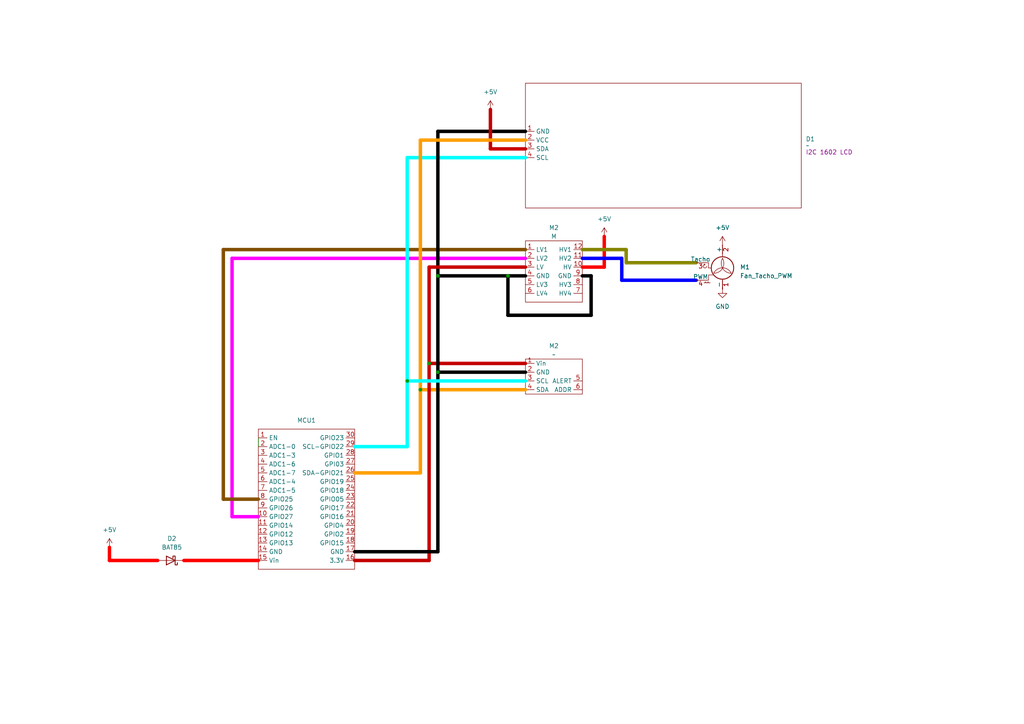
<source format=kicad_sch>
(kicad_sch
	(version 20231120)
	(generator "eeschema")
	(generator_version "8.0")
	(uuid "bc069faf-fdbe-478a-a9cd-4fd21757016b")
	(paper "A4")
	(lib_symbols
		(symbol "Diode:BAT85"
			(pin_numbers hide)
			(pin_names
				(offset 1.016) hide)
			(exclude_from_sim no)
			(in_bom yes)
			(on_board yes)
			(property "Reference" "D"
				(at 0 2.54 0)
				(effects
					(font
						(size 1.27 1.27)
					)
				)
			)
			(property "Value" "BAT85"
				(at 0 -2.54 0)
				(effects
					(font
						(size 1.27 1.27)
					)
				)
			)
			(property "Footprint" "Diode_THT:D_DO-35_SOD27_P7.62mm_Horizontal"
				(at 0 -4.445 0)
				(effects
					(font
						(size 1.27 1.27)
					)
					(hide yes)
				)
			)
			(property "Datasheet" "https://assets.nexperia.com/documents/data-sheet/BAT85.pdf"
				(at 0 0 0)
				(effects
					(font
						(size 1.27 1.27)
					)
					(hide yes)
				)
			)
			(property "Description" "30V 0.2A Schottky barrier single diode, DO-35"
				(at 0 0 0)
				(effects
					(font
						(size 1.27 1.27)
					)
					(hide yes)
				)
			)
			(property "ki_keywords" "diode Schottky"
				(at 0 0 0)
				(effects
					(font
						(size 1.27 1.27)
					)
					(hide yes)
				)
			)
			(property "ki_fp_filters" "D*DO?35*"
				(at 0 0 0)
				(effects
					(font
						(size 1.27 1.27)
					)
					(hide yes)
				)
			)
			(symbol "BAT85_0_1"
				(polyline
					(pts
						(xy 1.27 0) (xy -1.27 0)
					)
					(stroke
						(width 0)
						(type default)
					)
					(fill
						(type none)
					)
				)
				(polyline
					(pts
						(xy 1.27 1.27) (xy 1.27 -1.27) (xy -1.27 0) (xy 1.27 1.27)
					)
					(stroke
						(width 0.254)
						(type default)
					)
					(fill
						(type none)
					)
				)
				(polyline
					(pts
						(xy -1.905 0.635) (xy -1.905 1.27) (xy -1.27 1.27) (xy -1.27 -1.27) (xy -0.635 -1.27) (xy -0.635 -0.635)
					)
					(stroke
						(width 0.254)
						(type default)
					)
					(fill
						(type none)
					)
				)
			)
			(symbol "BAT85_1_1"
				(pin passive line
					(at -3.81 0 0)
					(length 2.54)
					(name "K"
						(effects
							(font
								(size 1.27 1.27)
							)
						)
					)
					(number "1"
						(effects
							(font
								(size 1.27 1.27)
							)
						)
					)
				)
				(pin passive line
					(at 3.81 0 180)
					(length 2.54)
					(name "A"
						(effects
							(font
								(size 1.27 1.27)
							)
						)
					)
					(number "2"
						(effects
							(font
								(size 1.27 1.27)
							)
						)
					)
				)
			)
		)
		(symbol "Logic_LevelTranslator:Quad_Level_Shift_module"
			(exclude_from_sim no)
			(in_bom yes)
			(on_board yes)
			(property "Reference" "M"
				(at 0 2.286 0)
				(effects
					(font
						(size 1.27 1.27)
					)
				)
			)
			(property "Value" ""
				(at 0 2.286 0)
				(effects
					(font
						(size 1.27 1.27)
					)
				)
			)
			(property "Footprint" "Matts Parts:Quad Level Shift module"
				(at 0 0 0)
				(effects
					(font
						(size 1.27 1.27)
					)
					(hide yes)
				)
			)
			(property "Datasheet" ""
				(at 0 2.286 0)
				(effects
					(font
						(size 1.27 1.27)
					)
					(hide yes)
				)
			)
			(property "Description" ""
				(at 0 2.286 0)
				(effects
					(font
						(size 1.27 1.27)
					)
					(hide yes)
				)
			)
			(symbol "Quad_Level_Shift_module_0_1"
				(rectangle
					(start -8.89 -2.54)
					(end 7.62 -20.32)
					(stroke
						(width 0)
						(type default)
					)
					(fill
						(type none)
					)
				)
			)
			(symbol "Quad_Level_Shift_module_1_1"
				(pin bidirectional line
					(at -8.89 -5.08 0)
					(length 2.54)
					(name "LV1"
						(effects
							(font
								(size 1.27 1.27)
							)
						)
					)
					(number "1"
						(effects
							(font
								(size 1.27 1.27)
							)
						)
					)
				)
				(pin power_in line
					(at 7.62 -10.16 180)
					(length 2.54)
					(name "HV"
						(effects
							(font
								(size 1.27 1.27)
							)
						)
					)
					(number "10"
						(effects
							(font
								(size 1.27 1.27)
							)
						)
					)
				)
				(pin bidirectional line
					(at 7.62 -7.62 180)
					(length 2.54)
					(name "HV2"
						(effects
							(font
								(size 1.27 1.27)
							)
						)
					)
					(number "11"
						(effects
							(font
								(size 1.27 1.27)
							)
						)
					)
				)
				(pin bidirectional line
					(at 7.62 -5.08 180)
					(length 2.54)
					(name "HV1"
						(effects
							(font
								(size 1.27 1.27)
							)
						)
					)
					(number "12"
						(effects
							(font
								(size 1.27 1.27)
							)
						)
					)
				)
				(pin bidirectional line
					(at -8.89 -7.62 0)
					(length 2.54)
					(name "LV2"
						(effects
							(font
								(size 1.27 1.27)
							)
						)
					)
					(number "2"
						(effects
							(font
								(size 1.27 1.27)
							)
						)
					)
				)
				(pin bidirectional line
					(at -8.89 -10.16 0)
					(length 2.54)
					(name "LV"
						(effects
							(font
								(size 1.27 1.27)
							)
						)
					)
					(number "3"
						(effects
							(font
								(size 1.27 1.27)
							)
						)
					)
				)
				(pin passive line
					(at -8.89 -12.7 0)
					(length 2.54)
					(name "GND"
						(effects
							(font
								(size 1.27 1.27)
							)
						)
					)
					(number "4"
						(effects
							(font
								(size 1.27 1.27)
							)
						)
					)
				)
				(pin bidirectional line
					(at -8.89 -15.24 0)
					(length 2.54)
					(name "LV3"
						(effects
							(font
								(size 1.27 1.27)
							)
						)
					)
					(number "5"
						(effects
							(font
								(size 1.27 1.27)
							)
						)
					)
				)
				(pin bidirectional line
					(at -8.89 -17.78 0)
					(length 2.54)
					(name "LV4"
						(effects
							(font
								(size 1.27 1.27)
							)
						)
					)
					(number "6"
						(effects
							(font
								(size 1.27 1.27)
							)
						)
					)
				)
				(pin bidirectional line
					(at 7.62 -17.78 180)
					(length 2.54)
					(name "HV4"
						(effects
							(font
								(size 1.27 1.27)
							)
						)
					)
					(number "7"
						(effects
							(font
								(size 1.27 1.27)
							)
						)
					)
				)
				(pin bidirectional line
					(at 7.62 -15.24 180)
					(length 2.54)
					(name "HV3"
						(effects
							(font
								(size 1.27 1.27)
							)
						)
					)
					(number "8"
						(effects
							(font
								(size 1.27 1.27)
							)
						)
					)
				)
				(pin passive line
					(at 7.62 -12.7 180)
					(length 2.54)
					(name "GND"
						(effects
							(font
								(size 1.27 1.27)
							)
						)
					)
					(number "9"
						(effects
							(font
								(size 1.27 1.27)
							)
						)
					)
				)
			)
		)
		(symbol "MCU_Module:ESP-WROOM-32D_Dev_board_30_pin"
			(exclude_from_sim no)
			(in_bom yes)
			(on_board yes)
			(property "Reference" "MCU"
				(at 12.446 5.08 0)
				(effects
					(font
						(size 1.27 1.27)
					)
				)
			)
			(property "Value" ""
				(at 0 0 0)
				(effects
					(font
						(size 1.27 1.27)
					)
					(hide yes)
				)
			)
			(property "Footprint" "Matts Parts:ESP-WROOM-32 dev board"
				(at 12.7 2.032 0)
				(effects
					(font
						(size 1.27 1.27)
					)
					(hide yes)
				)
			)
			(property "Datasheet" ""
				(at 0 0 0)
				(effects
					(font
						(size 1.27 1.27)
					)
					(hide yes)
				)
			)
			(property "Description" ""
				(at 0 0 0)
				(effects
					(font
						(size 1.27 1.27)
					)
					(hide yes)
				)
			)
			(symbol "ESP-WROOM-32D_Dev_board_30_pin_0_1"
				(rectangle
					(start 0 0)
					(end 27.94 -40.64)
					(stroke
						(width 0)
						(type default)
					)
					(fill
						(type none)
					)
				)
			)
			(symbol "ESP-WROOM-32D_Dev_board_30_pin_1_1"
				(pin input line
					(at 0 -2.54 0)
					(length 2.54)
					(name "EN"
						(effects
							(font
								(size 1.27 1.27)
							)
						)
					)
					(number "1"
						(effects
							(font
								(size 1.27 1.27)
							)
						)
					)
				)
				(pin bidirectional line
					(at 0 -25.4 0)
					(length 2.54)
					(name "GPIO27"
						(effects
							(font
								(size 1.27 1.27)
							)
						)
					)
					(number "10"
						(effects
							(font
								(size 1.27 1.27)
							)
						)
					)
				)
				(pin bidirectional line
					(at 0 -27.94 0)
					(length 2.54)
					(name "GPIO14"
						(effects
							(font
								(size 1.27 1.27)
							)
						)
					)
					(number "11"
						(effects
							(font
								(size 1.27 1.27)
							)
						)
					)
				)
				(pin bidirectional line
					(at 0 -30.48 0)
					(length 2.54)
					(name "GPIO12"
						(effects
							(font
								(size 1.27 1.27)
							)
						)
					)
					(number "12"
						(effects
							(font
								(size 1.27 1.27)
							)
						)
					)
				)
				(pin bidirectional line
					(at 0 -33.02 0)
					(length 2.54)
					(name "GPIO13"
						(effects
							(font
								(size 1.27 1.27)
							)
						)
					)
					(number "13"
						(effects
							(font
								(size 1.27 1.27)
							)
						)
					)
				)
				(pin bidirectional line
					(at 0 -35.56 0)
					(length 2.54)
					(name "GND"
						(effects
							(font
								(size 1.27 1.27)
							)
						)
					)
					(number "14"
						(effects
							(font
								(size 1.27 1.27)
							)
						)
					)
				)
				(pin power_in line
					(at 0 -38.1 0)
					(length 2.54)
					(name "Vin"
						(effects
							(font
								(size 1.27 1.27)
							)
						)
					)
					(number "15"
						(effects
							(font
								(size 1.27 1.27)
							)
						)
					)
				)
				(pin power_in line
					(at 27.94 -38.1 180)
					(length 2.54)
					(name "3.3V"
						(effects
							(font
								(size 1.27 1.27)
							)
						)
					)
					(number "16"
						(effects
							(font
								(size 1.27 1.27)
							)
						)
					)
				)
				(pin passive line
					(at 27.94 -35.56 180)
					(length 2.54)
					(name "GND"
						(effects
							(font
								(size 1.27 1.27)
							)
						)
					)
					(number "17"
						(effects
							(font
								(size 1.27 1.27)
							)
						)
					)
				)
				(pin bidirectional line
					(at 27.94 -33.02 180)
					(length 2.54)
					(name "GPIO15"
						(effects
							(font
								(size 1.27 1.27)
							)
						)
					)
					(number "18"
						(effects
							(font
								(size 1.27 1.27)
							)
						)
					)
				)
				(pin bidirectional line
					(at 27.94 -30.48 180)
					(length 2.54)
					(name "GPIO2"
						(effects
							(font
								(size 1.27 1.27)
							)
						)
					)
					(number "19"
						(effects
							(font
								(size 1.27 1.27)
							)
						)
					)
				)
				(pin input line
					(at 0 -5.08 0)
					(length 2.54)
					(name "ADC1-0"
						(effects
							(font
								(size 1.27 1.27)
							)
						)
					)
					(number "2"
						(effects
							(font
								(size 1.27 1.27)
							)
						)
					)
				)
				(pin bidirectional line
					(at 27.94 -27.94 180)
					(length 2.54)
					(name "GPIO4"
						(effects
							(font
								(size 1.27 1.27)
							)
						)
					)
					(number "20"
						(effects
							(font
								(size 1.27 1.27)
							)
						)
					)
				)
				(pin bidirectional line
					(at 27.94 -25.4 180)
					(length 2.54)
					(name "GPIO16"
						(effects
							(font
								(size 1.27 1.27)
							)
						)
					)
					(number "21"
						(effects
							(font
								(size 1.27 1.27)
							)
						)
					)
				)
				(pin bidirectional line
					(at 27.94 -22.86 180)
					(length 2.54)
					(name "GPIO17"
						(effects
							(font
								(size 1.27 1.27)
							)
						)
					)
					(number "22"
						(effects
							(font
								(size 1.27 1.27)
							)
						)
					)
				)
				(pin bidirectional line
					(at 27.94 -20.32 180)
					(length 2.54)
					(name "GPIO05"
						(effects
							(font
								(size 1.27 1.27)
							)
						)
					)
					(number "23"
						(effects
							(font
								(size 1.27 1.27)
							)
						)
					)
				)
				(pin bidirectional line
					(at 27.94 -17.78 180)
					(length 2.54)
					(name "GPIO18"
						(effects
							(font
								(size 1.27 1.27)
							)
						)
					)
					(number "24"
						(effects
							(font
								(size 1.27 1.27)
							)
						)
					)
				)
				(pin bidirectional line
					(at 27.94 -15.24 180)
					(length 2.54)
					(name "GPIO19"
						(effects
							(font
								(size 1.27 1.27)
							)
						)
					)
					(number "25"
						(effects
							(font
								(size 1.27 1.27)
							)
						)
					)
				)
				(pin bidirectional line
					(at 27.94 -12.7 180)
					(length 2.54)
					(name "SDA-GPIO21"
						(effects
							(font
								(size 1.27 1.27)
							)
						)
					)
					(number "26"
						(effects
							(font
								(size 1.27 1.27)
							)
						)
					)
				)
				(pin bidirectional line
					(at 27.94 -10.16 180)
					(length 2.54)
					(name "GPI03"
						(effects
							(font
								(size 1.27 1.27)
							)
						)
					)
					(number "27"
						(effects
							(font
								(size 1.27 1.27)
							)
						)
					)
				)
				(pin bidirectional line
					(at 27.94 -7.62 180)
					(length 2.54)
					(name "GPIO1"
						(effects
							(font
								(size 1.27 1.27)
							)
						)
					)
					(number "28"
						(effects
							(font
								(size 1.27 1.27)
							)
						)
					)
				)
				(pin bidirectional line
					(at 27.94 -5.08 180)
					(length 2.54)
					(name "SCL-GPIO22"
						(effects
							(font
								(size 1.27 1.27)
							)
						)
					)
					(number "29"
						(effects
							(font
								(size 1.27 1.27)
							)
						)
					)
				)
				(pin input line
					(at 0 -7.62 0)
					(length 2.54)
					(name "ADC1-3"
						(effects
							(font
								(size 1.27 1.27)
							)
						)
					)
					(number "3"
						(effects
							(font
								(size 1.27 1.27)
							)
						)
					)
				)
				(pin bidirectional line
					(at 27.94 -2.54 180)
					(length 2.54)
					(name "GPIO23"
						(effects
							(font
								(size 1.27 1.27)
							)
						)
					)
					(number "30"
						(effects
							(font
								(size 1.27 1.27)
							)
						)
					)
				)
				(pin input line
					(at 0 -10.16 0)
					(length 2.54)
					(name "ADC1-6"
						(effects
							(font
								(size 1.27 1.27)
							)
						)
					)
					(number "4"
						(effects
							(font
								(size 1.27 1.27)
							)
						)
					)
				)
				(pin input line
					(at 0 -12.7 0)
					(length 2.54)
					(name "ADC1-7"
						(effects
							(font
								(size 1.27 1.27)
							)
						)
					)
					(number "5"
						(effects
							(font
								(size 1.27 1.27)
							)
						)
					)
				)
				(pin bidirectional line
					(at 0 -15.24 0)
					(length 2.54)
					(name "ADC1-4"
						(effects
							(font
								(size 1.27 1.27)
							)
						)
					)
					(number "6"
						(effects
							(font
								(size 1.27 1.27)
							)
						)
					)
				)
				(pin bidirectional line
					(at 0 -17.78 0)
					(length 2.54)
					(name "ADC1-5"
						(effects
							(font
								(size 1.27 1.27)
							)
						)
					)
					(number "7"
						(effects
							(font
								(size 1.27 1.27)
							)
						)
					)
				)
				(pin bidirectional line
					(at 0 -20.32 0)
					(length 2.54)
					(name "GPIO25"
						(effects
							(font
								(size 1.27 1.27)
							)
						)
					)
					(number "8"
						(effects
							(font
								(size 1.27 1.27)
							)
						)
					)
				)
				(pin bidirectional line
					(at 0 -22.86 0)
					(length 2.54)
					(name "GPIO26"
						(effects
							(font
								(size 1.27 1.27)
							)
						)
					)
					(number "9"
						(effects
							(font
								(size 1.27 1.27)
							)
						)
					)
				)
			)
		)
		(symbol "Matt Ward:Freenove_I2C_LCD_1602"
			(exclude_from_sim no)
			(in_bom yes)
			(on_board yes)
			(property "Reference" "D"
				(at 0 1.778 0)
				(effects
					(font
						(size 1.27 1.27)
					)
				)
			)
			(property "Value" ""
				(at 0 0 0)
				(effects
					(font
						(size 1.27 1.27)
					)
				)
			)
			(property "Footprint" "Matts Parts:Freenove I2C LCD 1602 Module"
				(at 26.416 5.588 0)
				(effects
					(font
						(size 1.27 1.27)
					)
					(hide yes)
				)
			)
			(property "Datasheet" ""
				(at 0 0 0)
				(effects
					(font
						(size 1.27 1.27)
					)
					(hide yes)
				)
			)
			(property "Description" "I2C 1602 LCD"
				(at 37.846 -18.542 0)
				(effects
					(font
						(size 1.27 1.27)
					)
				)
			)
			(symbol "Freenove_I2C_LCD_1602_0_1"
				(rectangle
					(start 0 0)
					(end 80 -36.2)
					(stroke
						(width 0)
						(type default)
					)
					(fill
						(type none)
					)
				)
			)
			(symbol "Freenove_I2C_LCD_1602_1_1"
				(pin passive line
					(at 0 -13.97 0)
					(length 2.54)
					(name "GND"
						(effects
							(font
								(size 1.27 1.27)
							)
						)
					)
					(number "1"
						(effects
							(font
								(size 1.27 1.27)
							)
						)
					)
				)
				(pin power_in line
					(at 0 -16.51 0)
					(length 2.54)
					(name "VCC"
						(effects
							(font
								(size 1.27 1.27)
							)
						)
					)
					(number "2"
						(effects
							(font
								(size 1.27 1.27)
							)
						)
					)
				)
				(pin input line
					(at 0 -19.05 0)
					(length 2.54)
					(name "SDA"
						(effects
							(font
								(size 1.27 1.27)
							)
						)
					)
					(number "3"
						(effects
							(font
								(size 1.27 1.27)
							)
						)
					)
				)
				(pin input line
					(at 0 -21.59 0)
					(length 2.54)
					(name "SCL"
						(effects
							(font
								(size 1.27 1.27)
							)
						)
					)
					(number "4"
						(effects
							(font
								(size 1.27 1.27)
							)
						)
					)
				)
			)
		)
		(symbol "Matt Ward:SHT31-D_Module"
			(exclude_from_sim no)
			(in_bom yes)
			(on_board yes)
			(property "Reference" "M"
				(at 7.366 3.81 0)
				(effects
					(font
						(size 1.27 1.27)
					)
				)
			)
			(property "Value" ""
				(at 0 0 0)
				(effects
					(font
						(size 1.27 1.27)
					)
				)
			)
			(property "Footprint" "Matts Parts:SHT-31D Module"
				(at 7.112 1.778 0)
				(effects
					(font
						(size 1.27 1.27)
					)
					(hide yes)
				)
			)
			(property "Datasheet" ""
				(at 0 0 0)
				(effects
					(font
						(size 1.27 1.27)
					)
					(hide yes)
				)
			)
			(property "Description" ""
				(at 0 0 0)
				(effects
					(font
						(size 1.27 1.27)
					)
					(hide yes)
				)
			)
			(symbol "SHT31-D_Module_0_1"
				(rectangle
					(start 0 0)
					(end 16.51 -10.16)
					(stroke
						(width 0)
						(type default)
					)
					(fill
						(type none)
					)
				)
			)
			(symbol "SHT31-D_Module_1_1"
				(pin power_in line
					(at 0 -1.27 0)
					(length 2.54)
					(name "Vin"
						(effects
							(font
								(size 1.27 1.27)
							)
						)
					)
					(number "1"
						(effects
							(font
								(size 1.27 1.27)
							)
						)
					)
				)
				(pin passive line
					(at 0 -3.81 0)
					(length 2.54)
					(name "GND"
						(effects
							(font
								(size 1.27 1.27)
							)
						)
					)
					(number "2"
						(effects
							(font
								(size 1.27 1.27)
							)
						)
					)
				)
				(pin bidirectional line
					(at 0 -6.35 0)
					(length 2.54)
					(name "SCL"
						(effects
							(font
								(size 1.27 1.27)
							)
						)
					)
					(number "3"
						(effects
							(font
								(size 1.27 1.27)
							)
						)
					)
				)
				(pin bidirectional line
					(at 0 -8.89 0)
					(length 2.54)
					(name "SDA"
						(effects
							(font
								(size 1.27 1.27)
							)
						)
					)
					(number "4"
						(effects
							(font
								(size 1.27 1.27)
							)
						)
					)
				)
				(pin passive line
					(at 16.51 -6.35 180)
					(length 2.54)
					(name "ALERT"
						(effects
							(font
								(size 1.27 1.27)
							)
						)
					)
					(number "5"
						(effects
							(font
								(size 1.27 1.27)
							)
						)
					)
				)
				(pin passive line
					(at 16.51 -8.89 180)
					(length 2.54)
					(name "ADDR"
						(effects
							(font
								(size 1.27 1.27)
							)
						)
					)
					(number "6"
						(effects
							(font
								(size 1.27 1.27)
							)
						)
					)
				)
			)
		)
		(symbol "Motor:Fan_Tacho_PWM"
			(pin_names
				(offset 0)
			)
			(exclude_from_sim no)
			(in_bom yes)
			(on_board yes)
			(property "Reference" "M"
				(at 2.54 5.08 0)
				(effects
					(font
						(size 1.27 1.27)
					)
					(justify left)
				)
			)
			(property "Value" "Fan_Tacho_PWM"
				(at 2.54 -2.54 0)
				(effects
					(font
						(size 1.27 1.27)
					)
					(justify left top)
				)
			)
			(property "Footprint" ""
				(at 0 0.254 0)
				(effects
					(font
						(size 1.27 1.27)
					)
					(hide yes)
				)
			)
			(property "Datasheet" "http://www.formfactors.org/developer%5Cspecs%5Crev1_2_public.pdf"
				(at 0 0.254 0)
				(effects
					(font
						(size 1.27 1.27)
					)
					(hide yes)
				)
			)
			(property "Description" "Fan, tacho output, PWM input, 4-pin connector"
				(at 0 0 0)
				(effects
					(font
						(size 1.27 1.27)
					)
					(hide yes)
				)
			)
			(property "ki_keywords" "Fan Motor tacho PWM"
				(at 0 0 0)
				(effects
					(font
						(size 1.27 1.27)
					)
					(hide yes)
				)
			)
			(property "ki_fp_filters" "FanPinHeader*P2.54mm*Vertical* PinHeader*P2.54mm*Vertical* TerminalBlock*"
				(at 0 0 0)
				(effects
					(font
						(size 1.27 1.27)
					)
					(hide yes)
				)
			)
			(symbol "Fan_Tacho_PWM_0_0"
				(arc
					(start -5.588 1.524)
					(mid -5.08 1.0182)
					(end -4.572 1.524)
					(stroke
						(width 0)
						(type default)
					)
					(fill
						(type none)
					)
				)
				(arc
					(start -5.08 2.032)
					(mid -5.4392 1.8832)
					(end -5.588 1.524)
					(stroke
						(width 0)
						(type default)
					)
					(fill
						(type none)
					)
				)
				(polyline
					(pts
						(xy -5.08 2.032) (xy -5.334 2.159)
					)
					(stroke
						(width 0)
						(type default)
					)
					(fill
						(type none)
					)
				)
				(polyline
					(pts
						(xy -5.08 2.032) (xy -5.207 1.778)
					)
					(stroke
						(width 0)
						(type default)
					)
					(fill
						(type none)
					)
				)
				(polyline
					(pts
						(xy -4.064 2.54) (xy -4.064 1.016) (xy -3.302 1.016)
					)
					(stroke
						(width 0)
						(type default)
					)
					(fill
						(type none)
					)
				)
			)
			(symbol "Fan_Tacho_PWM_0_1"
				(arc
					(start -2.54 -0.508)
					(mid 0.0028 0.9121)
					(end 0 3.81)
					(stroke
						(width 0)
						(type default)
					)
					(fill
						(type none)
					)
				)
				(polyline
					(pts
						(xy -4.064 2.54) (xy -5.08 2.54)
					)
					(stroke
						(width 0)
						(type default)
					)
					(fill
						(type none)
					)
				)
				(polyline
					(pts
						(xy 0 -5.08) (xy 0 -4.572)
					)
					(stroke
						(width 0)
						(type default)
					)
					(fill
						(type none)
					)
				)
				(polyline
					(pts
						(xy 0 -2.2352) (xy 0 -2.6416)
					)
					(stroke
						(width 0)
						(type default)
					)
					(fill
						(type none)
					)
				)
				(polyline
					(pts
						(xy 0 4.2672) (xy 0 4.6228)
					)
					(stroke
						(width 0)
						(type default)
					)
					(fill
						(type none)
					)
				)
				(polyline
					(pts
						(xy 0 4.572) (xy 0 5.08)
					)
					(stroke
						(width 0)
						(type default)
					)
					(fill
						(type none)
					)
				)
				(polyline
					(pts
						(xy -2.54 -1.016) (xy -4.064 -1.016) (xy -4.064 -2.54) (xy -5.08 -2.54)
					)
					(stroke
						(width 0)
						(type default)
					)
					(fill
						(type none)
					)
				)
				(polyline
					(pts
						(xy -5.334 -3.302) (xy -5.08 -3.302) (xy -5.08 -3.048) (xy -4.826 -3.048) (xy -4.826 -3.302) (xy -4.318 -3.302)
						(xy -4.318 -3.048) (xy -4.064 -3.048) (xy -4.064 -3.302) (xy -3.556 -3.302)
					)
					(stroke
						(width 0)
						(type default)
					)
					(fill
						(type none)
					)
				)
				(circle
					(center 0 1.016)
					(radius 3.2512)
					(stroke
						(width 0.254)
						(type default)
					)
					(fill
						(type none)
					)
				)
				(arc
					(start 0 3.81)
					(mid 0.053 0.921)
					(end 2.54 -0.508)
					(stroke
						(width 0)
						(type default)
					)
					(fill
						(type none)
					)
				)
				(arc
					(start 2.54 -0.508)
					(mid 0 1.0618)
					(end -2.54 -0.508)
					(stroke
						(width 0)
						(type default)
					)
					(fill
						(type none)
					)
				)
			)
			(symbol "Fan_Tacho_PWM_1_1"
				(pin passive line
					(at 0 -5.08 90)
					(length 2.54)
					(name "-"
						(effects
							(font
								(size 1.27 1.27)
							)
						)
					)
					(number "1"
						(effects
							(font
								(size 1.27 1.27)
							)
						)
					)
				)
				(pin passive line
					(at 0 7.62 270)
					(length 2.54)
					(name "+"
						(effects
							(font
								(size 1.27 1.27)
							)
						)
					)
					(number "2"
						(effects
							(font
								(size 1.27 1.27)
							)
						)
					)
				)
				(pin passive line
					(at -7.62 2.54 0)
					(length 2.54)
					(name "Tacho"
						(effects
							(font
								(size 1.27 1.27)
							)
						)
					)
					(number "3"
						(effects
							(font
								(size 1.27 1.27)
							)
						)
					)
				)
				(pin input line
					(at -7.62 -2.54 0)
					(length 2.54)
					(name "PWM"
						(effects
							(font
								(size 1.27 1.27)
							)
						)
					)
					(number "4"
						(effects
							(font
								(size 1.27 1.27)
							)
						)
					)
				)
			)
		)
		(symbol "power:+5V"
			(power)
			(pin_numbers hide)
			(pin_names
				(offset 0) hide)
			(exclude_from_sim no)
			(in_bom yes)
			(on_board yes)
			(property "Reference" "#PWR"
				(at 0 -3.81 0)
				(effects
					(font
						(size 1.27 1.27)
					)
					(hide yes)
				)
			)
			(property "Value" "+5V"
				(at 0 3.556 0)
				(effects
					(font
						(size 1.27 1.27)
					)
				)
			)
			(property "Footprint" ""
				(at 0 0 0)
				(effects
					(font
						(size 1.27 1.27)
					)
					(hide yes)
				)
			)
			(property "Datasheet" ""
				(at 0 0 0)
				(effects
					(font
						(size 1.27 1.27)
					)
					(hide yes)
				)
			)
			(property "Description" "Power symbol creates a global label with name \"+5V\""
				(at 0 0 0)
				(effects
					(font
						(size 1.27 1.27)
					)
					(hide yes)
				)
			)
			(property "ki_keywords" "global power"
				(at 0 0 0)
				(effects
					(font
						(size 1.27 1.27)
					)
					(hide yes)
				)
			)
			(symbol "+5V_0_1"
				(polyline
					(pts
						(xy -0.762 1.27) (xy 0 2.54)
					)
					(stroke
						(width 0)
						(type default)
					)
					(fill
						(type none)
					)
				)
				(polyline
					(pts
						(xy 0 0) (xy 0 2.54)
					)
					(stroke
						(width 0)
						(type default)
					)
					(fill
						(type none)
					)
				)
				(polyline
					(pts
						(xy 0 2.54) (xy 0.762 1.27)
					)
					(stroke
						(width 0)
						(type default)
					)
					(fill
						(type none)
					)
				)
			)
			(symbol "+5V_1_1"
				(pin power_in line
					(at 0 0 90)
					(length 0)
					(name "~"
						(effects
							(font
								(size 1.27 1.27)
							)
						)
					)
					(number "1"
						(effects
							(font
								(size 1.27 1.27)
							)
						)
					)
				)
			)
		)
		(symbol "power:GND"
			(power)
			(pin_numbers hide)
			(pin_names
				(offset 0) hide)
			(exclude_from_sim no)
			(in_bom yes)
			(on_board yes)
			(property "Reference" "#PWR"
				(at 0 -6.35 0)
				(effects
					(font
						(size 1.27 1.27)
					)
					(hide yes)
				)
			)
			(property "Value" "GND"
				(at 0 -3.81 0)
				(effects
					(font
						(size 1.27 1.27)
					)
				)
			)
			(property "Footprint" ""
				(at 0 0 0)
				(effects
					(font
						(size 1.27 1.27)
					)
					(hide yes)
				)
			)
			(property "Datasheet" ""
				(at 0 0 0)
				(effects
					(font
						(size 1.27 1.27)
					)
					(hide yes)
				)
			)
			(property "Description" "Power symbol creates a global label with name \"GND\" , ground"
				(at 0 0 0)
				(effects
					(font
						(size 1.27 1.27)
					)
					(hide yes)
				)
			)
			(property "ki_keywords" "global power"
				(at 0 0 0)
				(effects
					(font
						(size 1.27 1.27)
					)
					(hide yes)
				)
			)
			(symbol "GND_0_1"
				(polyline
					(pts
						(xy 0 0) (xy 0 -1.27) (xy 1.27 -1.27) (xy 0 -2.54) (xy -1.27 -1.27) (xy 0 -1.27)
					)
					(stroke
						(width 0)
						(type default)
					)
					(fill
						(type none)
					)
				)
			)
			(symbol "GND_1_1"
				(pin power_in line
					(at 0 0 270)
					(length 0)
					(name "~"
						(effects
							(font
								(size 1.27 1.27)
							)
						)
					)
					(number "1"
						(effects
							(font
								(size 1.27 1.27)
							)
						)
					)
				)
			)
		)
	)
	(junction
		(at 121.92 113.03)
		(diameter 0)
		(color 0 0 0 0)
		(uuid "07cdc9c4-2c51-4429-823e-d70aec458786")
	)
	(junction
		(at 127 80.01)
		(diameter 0)
		(color 0 0 0 0)
		(uuid "0e258897-4df1-4853-ae1c-9fa899658c26")
	)
	(junction
		(at 127 107.95)
		(diameter 0)
		(color 0 0 0 0)
		(uuid "11bae010-a429-487c-ac25-b6d426d452ee")
	)
	(junction
		(at 118.11 110.49)
		(diameter 0)
		(color 0 0 0 0)
		(uuid "441a915c-ca6e-4451-8b63-24051b8de2f2")
	)
	(junction
		(at 124.46 105.41)
		(diameter 0)
		(color 0 0 0 0)
		(uuid "6db4bbff-7c51-48c5-8b6c-f8e3625a8a24")
	)
	(junction
		(at 147.32 80.01)
		(diameter 0)
		(color 0 0 0 0)
		(uuid "c0609e59-bd0e-4da4-8024-51ba9b018541")
	)
	(wire
		(pts
			(xy 147.32 91.44) (xy 171.45 91.44)
		)
		(stroke
			(width 1)
			(type default)
			(color 0 0 0 1)
		)
		(uuid "0b6b5231-f5ce-42d8-8a49-c8a96d60baa2")
	)
	(wire
		(pts
			(xy 118.11 129.54) (xy 102.87 129.54)
		)
		(stroke
			(width 1)
			(type default)
			(color 0 255 255 1)
		)
		(uuid "1667abcc-ba08-4bc0-91f6-742021c97e1b")
	)
	(wire
		(pts
			(xy 74.93 129.54) (xy 74.93 127)
		)
		(stroke
			(width 0)
			(type default)
		)
		(uuid "19e56540-e690-4290-a909-ad785e1daa50")
	)
	(wire
		(pts
			(xy 171.45 91.44) (xy 171.45 80.01)
		)
		(stroke
			(width 1)
			(type default)
			(color 0 0 0 1)
		)
		(uuid "1ee1501e-37a4-4bd6-b504-b23e40d97324")
	)
	(wire
		(pts
			(xy 121.92 40.64) (xy 121.92 113.03)
		)
		(stroke
			(width 1)
			(type default)
			(color 255 153 0 1)
		)
		(uuid "21475581-6899-48e9-8197-4a7484ef7cb7")
	)
	(wire
		(pts
			(xy 124.46 105.41) (xy 152.4 105.41)
		)
		(stroke
			(width 1)
			(type default)
			(color 194 0 0 1)
		)
		(uuid "2bc291a6-1097-4de0-822f-b3dfb67cb2ef")
	)
	(wire
		(pts
			(xy 102.87 160.02) (xy 127 160.02)
		)
		(stroke
			(width 1)
			(type default)
			(color 0 0 0 1)
		)
		(uuid "2d65a572-6957-48aa-bd39-8ff192003461")
	)
	(wire
		(pts
			(xy 127 107.95) (xy 127 160.02)
		)
		(stroke
			(width 1)
			(type default)
			(color 0 0 0 1)
		)
		(uuid "30d75118-3dfd-4988-a21a-18c8d247168a")
	)
	(wire
		(pts
			(xy 118.11 45.72) (xy 118.11 110.49)
		)
		(stroke
			(width 1)
			(type default)
			(color 0 255 255 1)
		)
		(uuid "316da9f4-0468-4887-b860-0e3477f926a6")
	)
	(wire
		(pts
			(xy 31.75 158.75) (xy 31.75 162.56)
		)
		(stroke
			(width 1)
			(type default)
			(color 255 0 0 1)
		)
		(uuid "3424206c-fa37-4801-85c2-57d4bfe81889")
	)
	(wire
		(pts
			(xy 121.92 113.03) (xy 152.4 113.03)
		)
		(stroke
			(width 1)
			(type default)
			(color 255 153 0 1)
		)
		(uuid "34acf423-2b0e-41ee-bc3a-a7d65b9001e2")
	)
	(wire
		(pts
			(xy 124.46 162.56) (xy 124.46 105.41)
		)
		(stroke
			(width 1)
			(type default)
			(color 194 0 0 1)
		)
		(uuid "39dc9ad2-149c-4448-9e9d-3fad912ae784")
	)
	(wire
		(pts
			(xy 181.61 76.2) (xy 181.61 72.39)
		)
		(stroke
			(width 1)
			(type default)
			(color 132 132 0 1)
		)
		(uuid "45f823fa-00ab-424b-8a3a-0166c9b0a202")
	)
	(wire
		(pts
			(xy 102.87 162.56) (xy 124.46 162.56)
		)
		(stroke
			(width 1)
			(type default)
			(color 194 0 0 1)
		)
		(uuid "5cffeec8-ff45-4f19-b738-d3b490ec7a08")
	)
	(wire
		(pts
			(xy 201.93 81.28) (xy 180.34 81.28)
		)
		(stroke
			(width 1)
			(type default)
			(color 0 0 255 1)
		)
		(uuid "62071c76-fe58-45fe-b70e-e8c3f9919a5d")
	)
	(wire
		(pts
			(xy 118.11 110.49) (xy 118.11 129.54)
		)
		(stroke
			(width 1)
			(type default)
			(color 0 255 255 1)
		)
		(uuid "7aa15f67-2bdc-4127-94a2-537a05f9dd80")
	)
	(wire
		(pts
			(xy 124.46 105.41) (xy 124.46 77.47)
		)
		(stroke
			(width 1)
			(type default)
			(color 194 0 0 1)
		)
		(uuid "7d736696-742f-4e3d-ba3e-2705a76c8d09")
	)
	(wire
		(pts
			(xy 171.45 80.01) (xy 168.91 80.01)
		)
		(stroke
			(width 1)
			(type default)
			(color 0 0 0 1)
		)
		(uuid "87a09776-9ffa-49cc-8f87-be716586778a")
	)
	(wire
		(pts
			(xy 152.4 43.18) (xy 142.24 43.18)
		)
		(stroke
			(width 1)
			(type default)
			(color 194 0 0 1)
		)
		(uuid "888d8e45-38b9-4d54-b128-f12d196cc64b")
	)
	(wire
		(pts
			(xy 64.77 144.78) (xy 74.93 144.78)
		)
		(stroke
			(width 1)
			(type default)
			(color 128 77 0 1)
		)
		(uuid "8b1ba80a-4c11-4d42-b500-f771f1489520")
	)
	(wire
		(pts
			(xy 121.92 113.03) (xy 121.92 137.16)
		)
		(stroke
			(width 1)
			(type default)
			(color 255 153 0 1)
		)
		(uuid "904bc246-0b68-4d65-8e2b-3288f72c22d5")
	)
	(wire
		(pts
			(xy 152.4 80.01) (xy 147.32 80.01)
		)
		(stroke
			(width 1)
			(type default)
			(color 0 0 0 1)
		)
		(uuid "91ce1dd5-491d-41d0-a1ae-0adec6836291")
	)
	(wire
		(pts
			(xy 67.31 74.93) (xy 67.31 149.86)
		)
		(stroke
			(width 1)
			(type default)
			(color 255 0 255 1)
		)
		(uuid "968d15d4-ec62-4921-8bb5-f30bbc56e7ea")
	)
	(wire
		(pts
			(xy 118.11 110.49) (xy 152.4 110.49)
		)
		(stroke
			(width 1)
			(type default)
			(color 0 255 255 1)
		)
		(uuid "a4753422-491f-40b3-aa41-199a9d49311d")
	)
	(wire
		(pts
			(xy 127 80.01) (xy 127 107.95)
		)
		(stroke
			(width 1)
			(type default)
			(color 0 0 0 1)
		)
		(uuid "a95167b0-d838-408a-9916-93ccb2671203")
	)
	(wire
		(pts
			(xy 152.4 74.93) (xy 67.31 74.93)
		)
		(stroke
			(width 1)
			(type default)
			(color 255 0 255 1)
		)
		(uuid "bceedc11-09d0-4494-a294-65815f90c7b4")
	)
	(wire
		(pts
			(xy 127 38.1) (xy 152.4 38.1)
		)
		(stroke
			(width 1)
			(type default)
			(color 0 0 0 1)
		)
		(uuid "c1ffa942-8e56-4994-929b-1f41e0b10771")
	)
	(wire
		(pts
			(xy 168.91 77.47) (xy 175.26 77.47)
		)
		(stroke
			(width 1)
			(type default)
			(color 255 0 0 1)
		)
		(uuid "c91601a5-5bc8-457e-b71e-6a47db18cd11")
	)
	(wire
		(pts
			(xy 180.34 81.28) (xy 180.34 74.93)
		)
		(stroke
			(width 1)
			(type default)
			(color 0 0 255 1)
		)
		(uuid "ca438ce7-cb0f-477c-b7c7-d129183c56a4")
	)
	(wire
		(pts
			(xy 127 107.95) (xy 152.4 107.95)
		)
		(stroke
			(width 1)
			(type default)
			(color 0 0 0 1)
		)
		(uuid "cb3ce876-0bd5-4538-ba82-04c9cbafc8e5")
	)
	(wire
		(pts
			(xy 201.93 76.2) (xy 181.61 76.2)
		)
		(stroke
			(width 1)
			(type default)
			(color 132 132 0 1)
		)
		(uuid "cf80a34d-a0f1-4bde-b8c4-de8660c8aee6")
	)
	(wire
		(pts
			(xy 142.24 31.75) (xy 142.24 43.18)
		)
		(stroke
			(width 1)
			(type default)
			(color 194 0 0 1)
		)
		(uuid "d1a7c9f4-09a5-4cce-b2a2-43e21f1ac35a")
	)
	(wire
		(pts
			(xy 147.32 80.01) (xy 147.32 91.44)
		)
		(stroke
			(width 1)
			(type default)
			(color 0 0 0 1)
		)
		(uuid "d1d9fbfe-1862-4a46-bab2-464696c6cde1")
	)
	(wire
		(pts
			(xy 64.77 72.39) (xy 64.77 144.78)
		)
		(stroke
			(width 1)
			(type default)
			(color 128 77 0 1)
		)
		(uuid "d33bc7d5-8325-497b-8375-b4a10a4e3589")
	)
	(wire
		(pts
			(xy 181.61 72.39) (xy 168.91 72.39)
		)
		(stroke
			(width 1)
			(type default)
			(color 132 132 0 1)
		)
		(uuid "d3c4b42f-dc2d-44f9-9d4a-ccfeb1d818c5")
	)
	(wire
		(pts
			(xy 64.77 72.39) (xy 152.4 72.39)
		)
		(stroke
			(width 1)
			(type default)
			(color 128 77 0 1)
		)
		(uuid "d5cf8707-08cc-4bd1-a3ea-d47a2d62a454")
	)
	(wire
		(pts
			(xy 168.91 74.93) (xy 180.34 74.93)
		)
		(stroke
			(width 1)
			(type default)
			(color 0 0 255 1)
		)
		(uuid "dab0f6be-9be5-4426-b0eb-a0e183468a8b")
	)
	(wire
		(pts
			(xy 175.26 68.58) (xy 175.26 77.47)
		)
		(stroke
			(width 1)
			(type default)
			(color 255 0 0 1)
		)
		(uuid "dc8ce775-f338-400f-bf2f-b2c56dc46656")
	)
	(wire
		(pts
			(xy 67.31 149.86) (xy 74.93 149.86)
		)
		(stroke
			(width 1)
			(type default)
			(color 255 0 255 1)
		)
		(uuid "e404ac3c-e33e-4ce3-9a44-b112987cff2c")
	)
	(wire
		(pts
			(xy 31.75 162.56) (xy 45.72 162.56)
		)
		(stroke
			(width 1)
			(type default)
			(color 255 0 0 1)
		)
		(uuid "e8813e77-3ed6-4124-a466-cf61788bbe49")
	)
	(wire
		(pts
			(xy 53.34 162.56) (xy 74.93 162.56)
		)
		(stroke
			(width 1)
			(type default)
			(color 255 0 0 1)
		)
		(uuid "e88cbdcc-9162-43d1-aa42-f5f93b7ae249")
	)
	(wire
		(pts
			(xy 152.4 45.72) (xy 118.11 45.72)
		)
		(stroke
			(width 1)
			(type default)
			(color 0 255 255 1)
		)
		(uuid "eabbe52b-21f6-4289-8a6f-0d338fc55493")
	)
	(wire
		(pts
			(xy 147.32 80.01) (xy 127 80.01)
		)
		(stroke
			(width 1)
			(type default)
			(color 0 0 0 1)
		)
		(uuid "ec8bbe92-bf83-4c72-9327-1533df1a9f7b")
	)
	(wire
		(pts
			(xy 124.46 77.47) (xy 152.4 77.47)
		)
		(stroke
			(width 1)
			(type default)
			(color 194 0 0 1)
		)
		(uuid "ee6499dc-d427-40b8-8470-f8249ee9fbec")
	)
	(wire
		(pts
			(xy 127 38.1) (xy 127 80.01)
		)
		(stroke
			(width 1)
			(type default)
			(color 0 0 0 1)
		)
		(uuid "f757fb6e-8cd5-4f6e-8e6d-8327abcd7e39")
	)
	(wire
		(pts
			(xy 121.92 137.16) (xy 102.87 137.16)
		)
		(stroke
			(width 1)
			(type default)
			(color 255 153 0 1)
		)
		(uuid "fa56fc8d-271e-41ed-8791-b3b8f686ff41")
	)
	(wire
		(pts
			(xy 152.4 40.64) (xy 121.92 40.64)
		)
		(stroke
			(width 1)
			(type default)
			(color 255 153 0 1)
		)
		(uuid "fa61a32e-c3c1-442c-8784-14bd5ea7250b")
	)
	(symbol
		(lib_id "power:+5V")
		(at 31.75 158.75 0)
		(unit 1)
		(exclude_from_sim no)
		(in_bom yes)
		(on_board yes)
		(dnp no)
		(fields_autoplaced yes)
		(uuid "218723ae-0209-4b17-891d-134634d92df8")
		(property "Reference" "#PWR1"
			(at 31.75 162.56 0)
			(effects
				(font
					(size 1.27 1.27)
				)
				(hide yes)
			)
		)
		(property "Value" "+5V"
			(at 31.75 153.67 0)
			(effects
				(font
					(size 1.27 1.27)
				)
			)
		)
		(property "Footprint" ""
			(at 31.75 158.75 0)
			(effects
				(font
					(size 1.27 1.27)
				)
				(hide yes)
			)
		)
		(property "Datasheet" ""
			(at 31.75 158.75 0)
			(effects
				(font
					(size 1.27 1.27)
				)
				(hide yes)
			)
		)
		(property "Description" "Power symbol creates a global label with name \"+5V\""
			(at 31.75 158.75 0)
			(effects
				(font
					(size 1.27 1.27)
				)
				(hide yes)
			)
		)
		(pin "1"
			(uuid "8a47f659-679c-4feb-a809-385b225a99c5")
		)
		(instances
			(project ""
				(path "/bc069faf-fdbe-478a-a9cd-4fd21757016b"
					(reference "#PWR1")
					(unit 1)
				)
			)
		)
	)
	(symbol
		(lib_id "Logic_LevelTranslator:Quad_Level_Shift_module")
		(at 161.29 67.31 0)
		(unit 1)
		(exclude_from_sim no)
		(in_bom yes)
		(on_board yes)
		(dnp no)
		(fields_autoplaced yes)
		(uuid "2b991dd2-4258-4d61-90cc-f21fc56fa5a1")
		(property "Reference" "M2"
			(at 160.655 66.04 0)
			(effects
				(font
					(size 1.27 1.27)
				)
			)
		)
		(property "Value" "M"
			(at 160.655 68.58 0)
			(effects
				(font
					(size 1.27 1.27)
				)
			)
		)
		(property "Footprint" "Matts Parts:Quad Level Shift module"
			(at 161.29 67.31 0)
			(effects
				(font
					(size 1.27 1.27)
				)
				(hide yes)
			)
		)
		(property "Datasheet" ""
			(at 161.29 67.31 0)
			(effects
				(font
					(size 1.27 1.27)
				)
				(hide yes)
			)
		)
		(property "Description" ""
			(at 161.29 67.31 0)
			(effects
				(font
					(size 1.27 1.27)
				)
				(hide yes)
			)
		)
		(pin "6"
			(uuid "995d0e42-77f8-44aa-b33b-6d427b6da81b")
		)
		(pin "11"
			(uuid "ee0cd2f6-d755-4b81-b28d-3116f077d847")
		)
		(pin "9"
			(uuid "65c16432-3d0d-4b61-8fb3-90c8395fa57e")
		)
		(pin "10"
			(uuid "abd2dc26-d105-4067-a7a2-dc474f0ad7f0")
		)
		(pin "5"
			(uuid "e03dae59-e8e9-40b3-aa11-9fe7d82e24eb")
		)
		(pin "1"
			(uuid "ed4df473-1074-4495-8a80-4d061ec1743e")
		)
		(pin "3"
			(uuid "323a460f-1b6c-4dba-8929-080047914bd3")
		)
		(pin "2"
			(uuid "4161d246-fa08-4b2e-86ea-3b349b2fb437")
		)
		(pin "4"
			(uuid "e3541583-ae11-4042-b42a-952242faa05b")
		)
		(pin "12"
			(uuid "24416a7a-b9e3-4b85-92d1-632cc88ceaf4")
		)
		(pin "8"
			(uuid "6aec4b8b-8327-49c2-a90d-e960f4a96e89")
		)
		(pin "7"
			(uuid "4c4465eb-a8bd-491a-8a23-43375c8f37f8")
		)
		(instances
			(project ""
				(path "/bc069faf-fdbe-478a-a9cd-4fd21757016b"
					(reference "M2")
					(unit 1)
				)
			)
		)
	)
	(symbol
		(lib_id "power:+5V")
		(at 142.24 31.75 0)
		(unit 1)
		(exclude_from_sim no)
		(in_bom yes)
		(on_board yes)
		(dnp no)
		(fields_autoplaced yes)
		(uuid "3442e443-41b8-4574-8763-3eef7e51ac0c")
		(property "Reference" "#PWR05"
			(at 142.24 35.56 0)
			(effects
				(font
					(size 1.27 1.27)
				)
				(hide yes)
			)
		)
		(property "Value" "+5V"
			(at 142.24 26.67 0)
			(effects
				(font
					(size 1.27 1.27)
				)
			)
		)
		(property "Footprint" ""
			(at 142.24 31.75 0)
			(effects
				(font
					(size 1.27 1.27)
				)
				(hide yes)
			)
		)
		(property "Datasheet" ""
			(at 142.24 31.75 0)
			(effects
				(font
					(size 1.27 1.27)
				)
				(hide yes)
			)
		)
		(property "Description" "Power symbol creates a global label with name \"+5V\""
			(at 142.24 31.75 0)
			(effects
				(font
					(size 1.27 1.27)
				)
				(hide yes)
			)
		)
		(pin "1"
			(uuid "127a11a5-2679-488f-9132-122480cdb3d3")
		)
		(instances
			(project ""
				(path "/bc069faf-fdbe-478a-a9cd-4fd21757016b"
					(reference "#PWR05")
					(unit 1)
				)
			)
		)
	)
	(symbol
		(lib_id "Matt Ward:SHT31-D_Module")
		(at 152.4 104.14 0)
		(unit 1)
		(exclude_from_sim no)
		(in_bom yes)
		(on_board yes)
		(dnp no)
		(fields_autoplaced yes)
		(uuid "41cf5dd5-dc35-4c1a-b05d-5dbbb68d6fd0")
		(property "Reference" "M2"
			(at 160.655 100.33 0)
			(effects
				(font
					(size 1.27 1.27)
				)
			)
		)
		(property "Value" "~"
			(at 160.655 102.87 0)
			(effects
				(font
					(size 1.27 1.27)
				)
			)
		)
		(property "Footprint" "Matts Parts:SHT-31D Module"
			(at 159.512 102.362 0)
			(effects
				(font
					(size 1.27 1.27)
				)
				(hide yes)
			)
		)
		(property "Datasheet" ""
			(at 152.4 104.14 0)
			(effects
				(font
					(size 1.27 1.27)
				)
				(hide yes)
			)
		)
		(property "Description" ""
			(at 152.4 104.14 0)
			(effects
				(font
					(size 1.27 1.27)
				)
				(hide yes)
			)
		)
		(pin "1"
			(uuid "03a4a56b-521f-402c-9f26-47db389518c0")
		)
		(pin "2"
			(uuid "494621fc-5a93-41c7-8316-5a701009816b")
		)
		(pin "4"
			(uuid "382bcbf1-1219-4f01-bbdf-ec307fec56e9")
		)
		(pin "3"
			(uuid "8681917e-9578-459e-9f44-5dcc72bc8336")
		)
		(pin "6"
			(uuid "a93ea534-7775-4bd1-a133-7459ded8ce4d")
		)
		(pin "5"
			(uuid "104c3d30-0cbd-4948-aa00-998694a242e6")
		)
		(instances
			(project ""
				(path "/bc069faf-fdbe-478a-a9cd-4fd21757016b"
					(reference "M2")
					(unit 1)
				)
			)
		)
	)
	(symbol
		(lib_id "Diode:BAT85")
		(at 49.53 162.56 180)
		(unit 1)
		(exclude_from_sim no)
		(in_bom yes)
		(on_board yes)
		(dnp no)
		(fields_autoplaced yes)
		(uuid "42e53cce-92ec-49b6-be7b-33d823b9514b")
		(property "Reference" "D2"
			(at 49.8475 156.21 0)
			(effects
				(font
					(size 1.27 1.27)
				)
			)
		)
		(property "Value" "BAT85"
			(at 49.8475 158.75 0)
			(effects
				(font
					(size 1.27 1.27)
				)
			)
		)
		(property "Footprint" "Diode_THT:D_DO-35_SOD27_P7.62mm_Horizontal"
			(at 49.53 158.115 0)
			(effects
				(font
					(size 1.27 1.27)
				)
				(hide yes)
			)
		)
		(property "Datasheet" "https://assets.nexperia.com/documents/data-sheet/BAT85.pdf"
			(at 49.53 162.56 0)
			(effects
				(font
					(size 1.27 1.27)
				)
				(hide yes)
			)
		)
		(property "Description" "30V 0.2A Schottky barrier single diode, DO-35"
			(at 49.53 162.56 0)
			(effects
				(font
					(size 1.27 1.27)
				)
				(hide yes)
			)
		)
		(pin "2"
			(uuid "50b569b6-35a3-4e66-8e0b-a4442cd9c378")
		)
		(pin "1"
			(uuid "1a7f0de1-bf05-4b74-9b3b-4afa9d386f63")
		)
		(instances
			(project ""
				(path "/bc069faf-fdbe-478a-a9cd-4fd21757016b"
					(reference "D2")
					(unit 1)
				)
			)
		)
	)
	(symbol
		(lib_id "power:GND")
		(at 209.55 83.82 0)
		(unit 1)
		(exclude_from_sim no)
		(in_bom yes)
		(on_board yes)
		(dnp no)
		(fields_autoplaced yes)
		(uuid "55ab1138-1cb8-49af-8346-d8492c9a1b97")
		(property "Reference" "#PWR3"
			(at 209.55 90.17 0)
			(effects
				(font
					(size 1.27 1.27)
				)
				(hide yes)
			)
		)
		(property "Value" "GND"
			(at 209.55 88.9 0)
			(effects
				(font
					(size 1.27 1.27)
				)
			)
		)
		(property "Footprint" ""
			(at 209.55 83.82 0)
			(effects
				(font
					(size 1.27 1.27)
				)
				(hide yes)
			)
		)
		(property "Datasheet" ""
			(at 209.55 83.82 0)
			(effects
				(font
					(size 1.27 1.27)
				)
				(hide yes)
			)
		)
		(property "Description" "Power symbol creates a global label with name \"GND\" , ground"
			(at 209.55 83.82 0)
			(effects
				(font
					(size 1.27 1.27)
				)
				(hide yes)
			)
		)
		(pin "1"
			(uuid "8c1dbf0e-be2e-4643-8cfd-e3c0378bd3fa")
		)
		(instances
			(project ""
				(path "/bc069faf-fdbe-478a-a9cd-4fd21757016b"
					(reference "#PWR3")
					(unit 1)
				)
			)
		)
	)
	(symbol
		(lib_id "MCU_Module:ESP-WROOM-32D_Dev_board_30_pin")
		(at 74.93 124.46 0)
		(unit 1)
		(exclude_from_sim no)
		(in_bom yes)
		(on_board yes)
		(dnp no)
		(fields_autoplaced yes)
		(uuid "5afa5153-7fc8-41f7-a52a-c4275f10349d")
		(property "Reference" "MCU1"
			(at 88.9 121.92 0)
			(effects
				(font
					(size 1.27 1.27)
				)
			)
		)
		(property "Value" "~"
			(at 74.93 124.46 0)
			(effects
				(font
					(size 1.27 1.27)
				)
				(hide yes)
			)
		)
		(property "Footprint" "Matts Parts:ESP-WROOM-32 dev board"
			(at 87.63 122.428 0)
			(effects
				(font
					(size 1.27 1.27)
				)
				(hide yes)
			)
		)
		(property "Datasheet" ""
			(at 74.93 124.46 0)
			(effects
				(font
					(size 1.27 1.27)
				)
				(hide yes)
			)
		)
		(property "Description" ""
			(at 74.93 124.46 0)
			(effects
				(font
					(size 1.27 1.27)
				)
				(hide yes)
			)
		)
		(pin "20"
			(uuid "9964632a-3de0-4938-9bad-23dd027dd006")
		)
		(pin "13"
			(uuid "ce37a7db-07eb-476d-b98a-dda01d46bc3e")
		)
		(pin "15"
			(uuid "425fe3d3-4db4-4f5c-99b0-d70a6418da9e")
		)
		(pin "12"
			(uuid "384e4b19-30fc-40f0-8da4-8267f4b19c67")
		)
		(pin "23"
			(uuid "75096165-fbcc-45a7-80a2-bab19c87b12f")
		)
		(pin "29"
			(uuid "5bc88c18-60d6-4893-a190-89c35ac0bb22")
		)
		(pin "16"
			(uuid "2565c09e-1137-4dd7-b288-7d5415484128")
		)
		(pin "5"
			(uuid "036fd1e1-222e-4feb-9f16-66f65a45be7d")
		)
		(pin "8"
			(uuid "0436d512-adf0-4fcb-a3e3-40c0c8541fec")
		)
		(pin "27"
			(uuid "2eb7fca9-073f-48ab-b193-03b364934c4b")
		)
		(pin "1"
			(uuid "3f103205-a904-471a-911d-44cf516b0e26")
		)
		(pin "10"
			(uuid "b9fde686-cb7b-460a-b931-f8a29c62b0d0")
		)
		(pin "14"
			(uuid "485647d8-74fd-47a0-87c9-21c97f23a871")
		)
		(pin "2"
			(uuid "47389d53-7895-4033-9d1a-b1385915401c")
		)
		(pin "26"
			(uuid "34cb9e75-6741-46c9-a5cb-1f9fd5e76490")
		)
		(pin "30"
			(uuid "49f7f8fb-db7b-4f98-9fe4-2b36a818cf04")
		)
		(pin "21"
			(uuid "c3247352-0aae-4a7e-9bb7-a10666e62d80")
		)
		(pin "4"
			(uuid "5c25c1b3-6c8d-4c5d-804e-30c665bd5d9a")
		)
		(pin "22"
			(uuid "18c621a1-fa56-4fd1-86f3-055d42f03588")
		)
		(pin "11"
			(uuid "beba85ba-1000-4739-8dc5-cfa0ae69d004")
		)
		(pin "19"
			(uuid "6b3bc62f-6413-4678-855e-724d45daf55e")
		)
		(pin "7"
			(uuid "fd99bd05-37a5-4318-bb16-782a26e7bf8b")
		)
		(pin "25"
			(uuid "f7956e8d-146e-4b3f-98bc-e958578c2a35")
		)
		(pin "24"
			(uuid "f67c7288-74ed-4e45-99ea-47710989b889")
		)
		(pin "17"
			(uuid "db832860-ae61-49a7-89e2-78e9bb903989")
		)
		(pin "9"
			(uuid "ec3fcbaf-c59d-4d4f-99c0-7f2053005507")
		)
		(pin "3"
			(uuid "1eb9e602-9e2b-4f34-b82e-7124e5d07843")
		)
		(pin "18"
			(uuid "8c4cc424-ee3d-4ea4-b424-a2db02129758")
		)
		(pin "28"
			(uuid "10755651-f4c2-4f8d-9360-b31dfc9926be")
		)
		(pin "6"
			(uuid "33151c72-dc00-4ce5-80f5-b6abca5a3bb7")
		)
		(instances
			(project ""
				(path "/bc069faf-fdbe-478a-a9cd-4fd21757016b"
					(reference "MCU1")
					(unit 1)
				)
			)
		)
	)
	(symbol
		(lib_id "power:+5V")
		(at 175.26 68.58 0)
		(unit 1)
		(exclude_from_sim no)
		(in_bom yes)
		(on_board yes)
		(dnp no)
		(fields_autoplaced yes)
		(uuid "a6a88fc3-ab7d-44fc-aecc-21ee18a8300b")
		(property "Reference" "#PWR4"
			(at 175.26 72.39 0)
			(effects
				(font
					(size 1.27 1.27)
				)
				(hide yes)
			)
		)
		(property "Value" "+5V"
			(at 175.26 63.5 0)
			(effects
				(font
					(size 1.27 1.27)
				)
			)
		)
		(property "Footprint" ""
			(at 175.26 68.58 0)
			(effects
				(font
					(size 1.27 1.27)
				)
				(hide yes)
			)
		)
		(property "Datasheet" ""
			(at 175.26 68.58 0)
			(effects
				(font
					(size 1.27 1.27)
				)
				(hide yes)
			)
		)
		(property "Description" "Power symbol creates a global label with name \"+5V\""
			(at 175.26 68.58 0)
			(effects
				(font
					(size 1.27 1.27)
				)
				(hide yes)
			)
		)
		(pin "1"
			(uuid "b6c56cea-8393-47c5-bf45-ab90cc2924d6")
		)
		(instances
			(project ""
				(path "/bc069faf-fdbe-478a-a9cd-4fd21757016b"
					(reference "#PWR4")
					(unit 1)
				)
			)
		)
	)
	(symbol
		(lib_id "Matt Ward:Freenove_I2C_LCD_1602")
		(at 152.4 24.13 0)
		(unit 1)
		(exclude_from_sim no)
		(in_bom yes)
		(on_board yes)
		(dnp no)
		(fields_autoplaced yes)
		(uuid "c530374f-99a0-45b3-a797-c1c0a9dd453b")
		(property "Reference" "D1"
			(at 233.68 40.3249 0)
			(effects
				(font
					(size 1.27 1.27)
				)
				(justify left)
			)
		)
		(property "Value" "~"
			(at 233.68 42.23 0)
			(effects
				(font
					(size 1.27 1.27)
				)
				(justify left)
			)
		)
		(property "Footprint" "Matts Parts:Freenove I2C LCD 1602 Module"
			(at 178.816 18.542 0)
			(effects
				(font
					(size 1.27 1.27)
				)
				(hide yes)
			)
		)
		(property "Datasheet" ""
			(at 152.4 24.13 0)
			(effects
				(font
					(size 1.27 1.27)
				)
				(hide yes)
			)
		)
		(property "Description" "I2C 1602 LCD"
			(at 233.68 44.1349 0)
			(effects
				(font
					(size 1.27 1.27)
				)
				(justify left)
			)
		)
		(pin "1"
			(uuid "5ac85592-9347-45e6-868f-3b699d2f8879")
		)
		(pin "3"
			(uuid "9673c589-2218-46b8-a482-3e30d1d15313")
		)
		(pin "2"
			(uuid "193ed8d8-ecfb-4063-a3ab-c045ae32662b")
		)
		(pin "4"
			(uuid "b328c0e1-2855-486d-b3d8-686bbd39af34")
		)
		(instances
			(project ""
				(path "/bc069faf-fdbe-478a-a9cd-4fd21757016b"
					(reference "D1")
					(unit 1)
				)
			)
		)
	)
	(symbol
		(lib_id "power:+5V")
		(at 209.55 71.12 0)
		(unit 1)
		(exclude_from_sim no)
		(in_bom yes)
		(on_board yes)
		(dnp no)
		(fields_autoplaced yes)
		(uuid "cb0406bb-8918-46f5-ab44-716314eb6da4")
		(property "Reference" "#PWR2"
			(at 209.55 74.93 0)
			(effects
				(font
					(size 1.27 1.27)
				)
				(hide yes)
			)
		)
		(property "Value" "+5V"
			(at 209.55 66.04 0)
			(effects
				(font
					(size 1.27 1.27)
				)
			)
		)
		(property "Footprint" ""
			(at 209.55 71.12 0)
			(effects
				(font
					(size 1.27 1.27)
				)
				(hide yes)
			)
		)
		(property "Datasheet" ""
			(at 209.55 71.12 0)
			(effects
				(font
					(size 1.27 1.27)
				)
				(hide yes)
			)
		)
		(property "Description" "Power symbol creates a global label with name \"+5V\""
			(at 209.55 71.12 0)
			(effects
				(font
					(size 1.27 1.27)
				)
				(hide yes)
			)
		)
		(pin "1"
			(uuid "9f500708-d86b-4e9d-a84a-4554aa8fabdc")
		)
		(instances
			(project ""
				(path "/bc069faf-fdbe-478a-a9cd-4fd21757016b"
					(reference "#PWR2")
					(unit 1)
				)
			)
		)
	)
	(symbol
		(lib_id "Motor:Fan_Tacho_PWM")
		(at 209.55 78.74 0)
		(unit 1)
		(exclude_from_sim no)
		(in_bom yes)
		(on_board yes)
		(dnp no)
		(fields_autoplaced yes)
		(uuid "d1cb50c2-1f7c-4519-a431-b33075ce7cb4")
		(property "Reference" "M1"
			(at 214.63 77.4699 0)
			(effects
				(font
					(size 1.27 1.27)
				)
				(justify left)
			)
		)
		(property "Value" "Fan_Tacho_PWM"
			(at 214.63 80.0099 0)
			(effects
				(font
					(size 1.27 1.27)
				)
				(justify left)
			)
		)
		(property "Footprint" ""
			(at 209.55 78.486 0)
			(effects
				(font
					(size 1.27 1.27)
				)
				(hide yes)
			)
		)
		(property "Datasheet" "http://www.formfactors.org/developer%5Cspecs%5Crev1_2_public.pdf"
			(at 209.55 78.486 0)
			(effects
				(font
					(size 1.27 1.27)
				)
				(hide yes)
			)
		)
		(property "Description" "Fan, tacho output, PWM input, 4-pin connector"
			(at 209.55 78.74 0)
			(effects
				(font
					(size 1.27 1.27)
				)
				(hide yes)
			)
		)
		(pin "2"
			(uuid "dfe16122-d1d0-4cff-82f7-50ce5214c6dc")
		)
		(pin "1"
			(uuid "f9d6c79d-0866-4ece-936b-15537c6a4f02")
		)
		(pin "4"
			(uuid "072ced46-6f56-496c-bd6d-215b7af37648")
		)
		(pin "3"
			(uuid "1f75cd57-4a2c-432e-a700-40f4761bc13e")
		)
		(instances
			(project ""
				(path "/bc069faf-fdbe-478a-a9cd-4fd21757016b"
					(reference "M1")
					(unit 1)
				)
			)
		)
	)
	(sheet_instances
		(path "/"
			(page "1")
		)
	)
)

</source>
